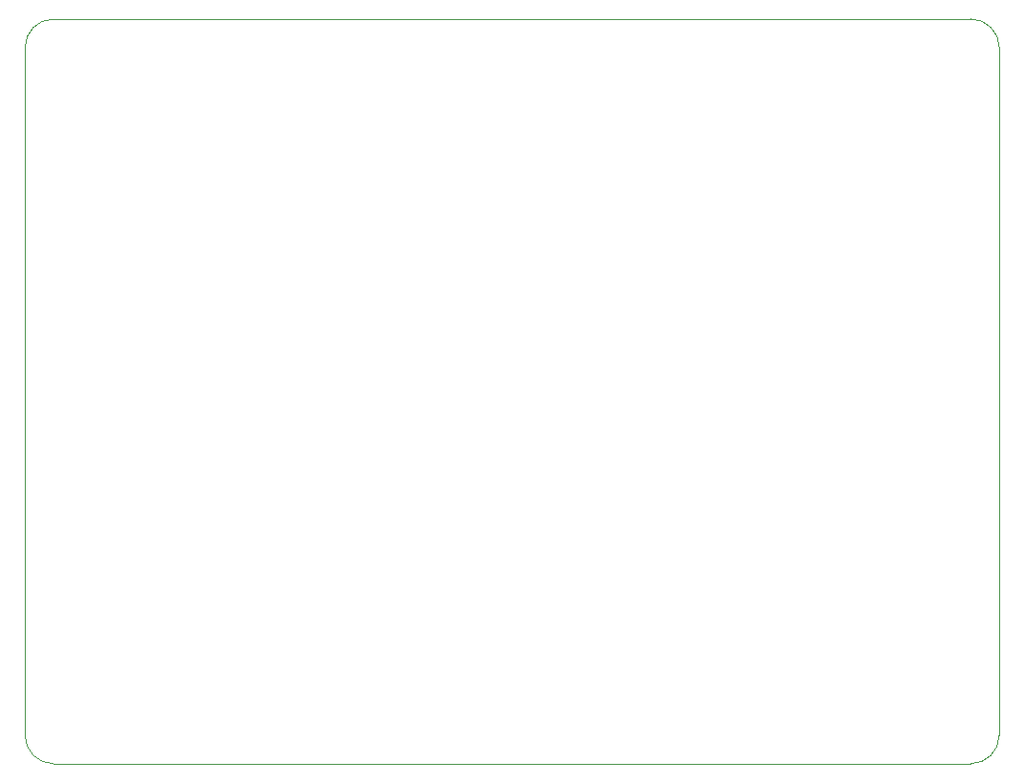
<source format=gm1>
G04 #@! TF.FileFunction,Profile,NP*
%FSLAX46Y46*%
G04 Gerber Fmt 4.6, Leading zero omitted, Abs format (unit mm)*
G04 Created by KiCad (PCBNEW 4.0.2+dfsg1-stable) date Sat Feb 27 20:39:48 2016*
%MOMM*%
G01*
G04 APERTURE LIST*
%ADD10C,0.150000*%
%ADD11C,0.100000*%
G04 APERTURE END LIST*
D10*
D11*
X162560000Y-172720000D02*
X162560000Y-111760000D01*
X246380000Y-175260000D02*
X165100000Y-175260000D01*
X246380000Y-175260000D02*
G75*
G03X248920000Y-172720000I0J2540000D01*
G01*
X248920000Y-111760000D02*
X248920000Y-172720000D01*
X165100000Y-109220000D02*
X246380000Y-109220000D01*
X162560000Y-172720000D02*
G75*
G03X165100000Y-175260000I2540000J0D01*
G01*
X165100000Y-109220000D02*
G75*
G03X162560000Y-111760000I0J-2540000D01*
G01*
X248920000Y-111760000D02*
G75*
G03X246380000Y-109220000I-2540000J0D01*
G01*
M02*

</source>
